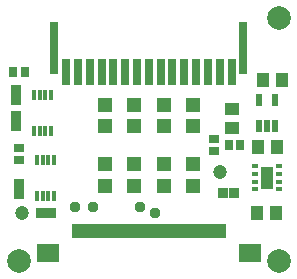
<source format=gts>
G04*
G04 #@! TF.GenerationSoftware,Altium Limited,Altium Designer,20.0.13 (296)*
G04*
G04 Layer_Color=8388736*
%FSLAX44Y44*%
%MOMM*%
G71*
G01*
G75*
G04:AMPARAMS|DCode=17|XSize=0.5mm|YSize=0.4mm|CornerRadius=0mm|HoleSize=0mm|Usage=FLASHONLY|Rotation=180.000|XOffset=0mm|YOffset=0mm|HoleType=Round|Shape=RoundedRectangle|*
%AMROUNDEDRECTD17*
21,1,0.5000,0.4000,0,0,180.0*
21,1,0.5000,0.4000,0,0,180.0*
1,1,0.0000,-0.2500,0.2000*
1,1,0.0000,0.2500,0.2000*
1,1,0.0000,0.2500,-0.2000*
1,1,0.0000,-0.2500,-0.2000*
%
%ADD17ROUNDEDRECTD17*%
%ADD27C,2.0000*%
%ADD28R,0.4000X0.9000*%
%ADD29C,0.9532*%
%ADD30C,1.2032*%
%ADD31R,1.8532X1.5032*%
%ADD32R,0.5032X1.2032*%
%ADD33R,1.3032X1.3032*%
G04:AMPARAMS|DCode=34|XSize=1.1mm|YSize=1.9mm|CornerRadius=0.01mm|HoleSize=0mm|Usage=FLASHONLY|Rotation=180.000|XOffset=0mm|YOffset=0mm|HoleType=Round|Shape=RoundedRectangle|*
%AMROUNDEDRECTD34*
21,1,1.1000,1.8800,0,0,180.0*
21,1,1.0800,1.9000,0,0,180.0*
1,1,0.0200,-0.5400,0.9400*
1,1,0.0200,0.5400,0.9400*
1,1,0.0200,0.5400,-0.9400*
1,1,0.0200,-0.5400,-0.9400*
%
%ADD34ROUNDEDRECTD34*%
%ADD35R,0.7532X0.8532*%
%ADD36R,1.1032X1.2032*%
%ADD37R,1.2032X1.1032*%
%ADD38R,0.8532X0.7532*%
%ADD39R,0.8232X0.8232*%
%ADD40R,0.5000X1.0000*%
%ADD41R,0.8232X0.8232*%
%ADD42R,0.8032X4.4032*%
%ADD43R,0.8032X2.2032*%
D17*
X235500Y75250D02*
D03*
Y81750D02*
D03*
Y88250D02*
D03*
Y94750D02*
D03*
X214500D02*
D03*
Y88250D02*
D03*
Y81750D02*
D03*
Y75250D02*
D03*
D27*
X235000Y15000D02*
D03*
X15000D02*
D03*
X235000Y220000D02*
D03*
D28*
X27500Y124500D02*
D03*
X32500D02*
D03*
X37500D02*
D03*
X42500D02*
D03*
X27500Y155500D02*
D03*
X32500D02*
D03*
X37500D02*
D03*
X42500D02*
D03*
X30000Y69500D02*
D03*
X35000D02*
D03*
X40000D02*
D03*
X45000D02*
D03*
X30000Y100500D02*
D03*
X35000D02*
D03*
X40000D02*
D03*
X45000D02*
D03*
D29*
X62590Y60000D02*
D03*
X77590D02*
D03*
X117590D02*
D03*
X130090Y55000D02*
D03*
D30*
X185000Y90000D02*
D03*
X17500Y55000D02*
D03*
D31*
X39840Y21000D02*
D03*
X210340D02*
D03*
D32*
X187590Y40000D02*
D03*
X167590D02*
D03*
X147590D02*
D03*
X127590D02*
D03*
X122590D02*
D03*
X102590D02*
D03*
X82590D02*
D03*
X62590D02*
D03*
X177590D02*
D03*
X182590D02*
D03*
X172590D02*
D03*
X157590D02*
D03*
X162590D02*
D03*
X152590D02*
D03*
X137590D02*
D03*
X142590D02*
D03*
X132590D02*
D03*
X117590D02*
D03*
X112590D02*
D03*
X107590D02*
D03*
X92590D02*
D03*
X97590D02*
D03*
X87590D02*
D03*
X72590D02*
D03*
X77590D02*
D03*
X67590D02*
D03*
D33*
X87500Y128500D02*
D03*
Y146500D02*
D03*
X112500Y128500D02*
D03*
Y146500D02*
D03*
X137500Y128500D02*
D03*
Y146500D02*
D03*
X162500Y128500D02*
D03*
Y146500D02*
D03*
X112500Y78500D02*
D03*
Y96500D02*
D03*
X162500Y78500D02*
D03*
Y96500D02*
D03*
X137500Y78500D02*
D03*
Y96500D02*
D03*
X87500Y78500D02*
D03*
Y96500D02*
D03*
D34*
X225000Y85000D02*
D03*
D35*
X192500Y112500D02*
D03*
X202500D02*
D03*
X10000Y175000D02*
D03*
X20000D02*
D03*
D36*
X233000Y55000D02*
D03*
X217000D02*
D03*
X238000Y167500D02*
D03*
X222000D02*
D03*
X233750Y111250D02*
D03*
X217750D02*
D03*
D37*
X195000Y143000D02*
D03*
Y127000D02*
D03*
D38*
X180000Y117500D02*
D03*
Y107500D02*
D03*
X15000Y100000D02*
D03*
Y110000D02*
D03*
D39*
X197000Y72500D02*
D03*
X188000D02*
D03*
X33500Y55000D02*
D03*
X42500D02*
D03*
D40*
X231500Y151000D02*
D03*
Y129000D02*
D03*
X218500Y151000D02*
D03*
Y129000D02*
D03*
X225000D02*
D03*
D41*
X12500Y150500D02*
D03*
Y159500D02*
D03*
X12500Y137500D02*
D03*
Y128500D02*
D03*
X15000Y71000D02*
D03*
Y80000D02*
D03*
D42*
X205000Y195000D02*
D03*
X45000D02*
D03*
D43*
X195000Y175000D02*
D03*
X185000D02*
D03*
X175000D02*
D03*
X165000D02*
D03*
X155000D02*
D03*
X145000D02*
D03*
X135000D02*
D03*
X125000D02*
D03*
X115000D02*
D03*
X105000D02*
D03*
X95000D02*
D03*
X85000D02*
D03*
X75000D02*
D03*
X65000D02*
D03*
X55000D02*
D03*
M02*

</source>
